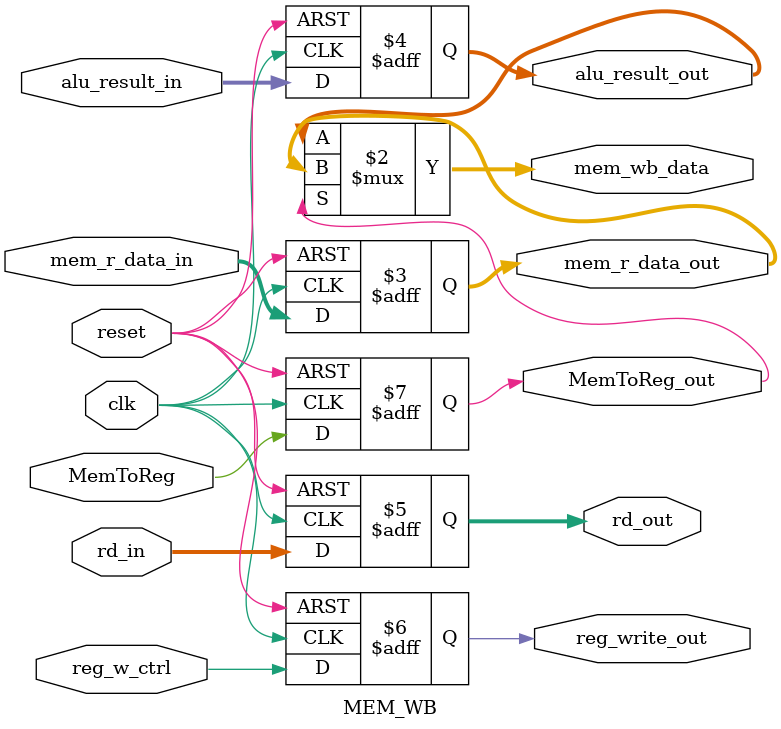
<source format=sv>
module MEM_WB (
    input logic clk, reset,
    input logic [31:0] mem_r_data_in,
    input logic [31:0] alu_result_in,
    input logic [4:0] rd_in,
    input logic reg_w_ctrl,
    input logic MemToReg,
    output logic [31:0] mem_wb_data,
    output logic [31:0] mem_r_data_out, 
    output logic [31:0] alu_result_out,
    output logic [4:0] rd_out,
    output logic reg_write_out,
    output logic MemToReg_out
);
    always_ff @(posedge clk or posedge reset) begin
        if (reset) begin
            mem_r_data_out  <= 0;
            alu_result_out <= 0;
            rd_out         <= 0;
            reg_write_out  <= 0;
            MemToReg_out       <=0;
        end else begin
            mem_r_data_out  <= mem_r_data_in;
            alu_result_out <= alu_result_in;
            rd_out         <= rd_in;
            reg_write_out  <= reg_w_ctrl;
            MemToReg_out   <= MemToReg;
        end
        
    end
    
    assign mem_wb_data = MemToReg_out ? mem_r_data_out : alu_result_out;
    
endmodule

</source>
